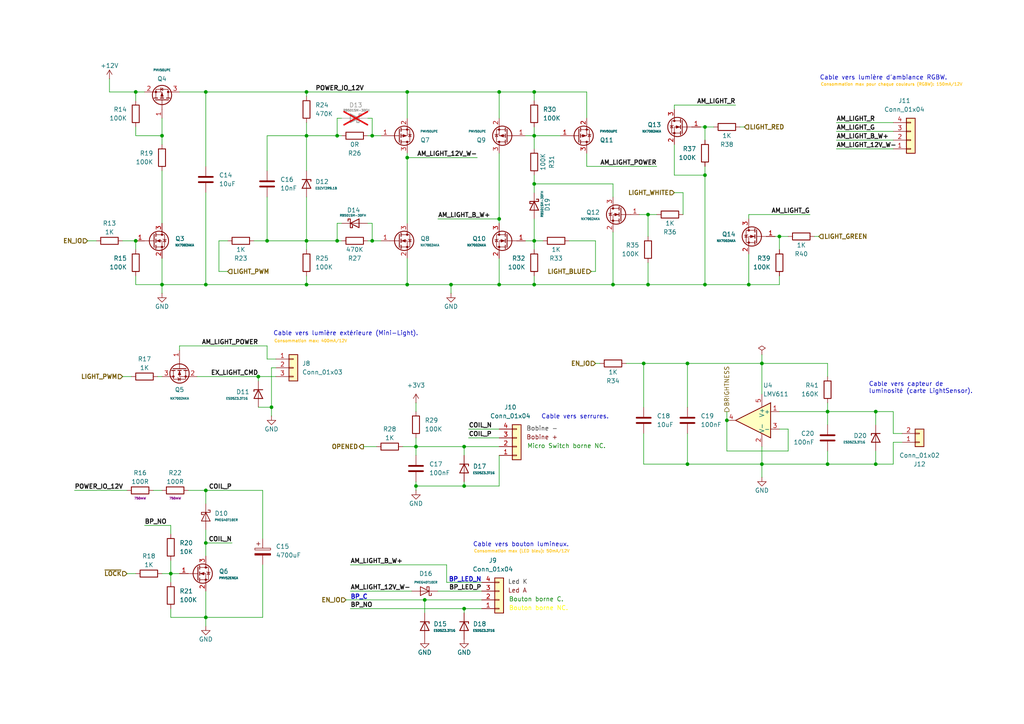
<source format=kicad_sch>
(kicad_sch (version 20231120) (generator "eeschema") (generator_version "8.0")
  (paper "A4")
  (title_block (title "Ble Smart Lock") (date "2024-05-18") (rev "v1.1") (company "antoine163"))
  (lib_symbols
    (symbol "AM163:LMV611" (pin_names (offset 0.127))
      (property "Reference" "U" (at 3.81 3.81 0))
      (property "Value" "LMV611" (at 3.81 -3.81 0))
      (symbol "LMV611_1_1"
        (pin input line (at -7.62 2.54 0) (length 2.54) (name "+") (number "1"))
        (pin power_in line (at -2.54 -7.62 90) (length 3.81) (name "V-") (number "2"))
        (pin input line (at -7.62 -2.54 0) (length 2.54) (name "-") (number "3"))
        (pin output line (at 7.62 0 180) (length 2.54) (name "~") (number "4"))
        (pin power_in line (at -2.54 7.62 270) (length 3.81) (name "V+") (number "5"))
      )
    )
    (symbol "Connector_Generic:Conn_01x02" (pin_names (offset 1.016) hide)
      (property "Reference" "J" (at 0 2.54 0))
      (property "Value" "Conn_01x02" (at 0 -5.08 0))
      (symbol "Conn_01x02_1_1"
        (pin passive line (at -5.08 0 0) (length 3.81) (name "Pin_1") (number "1"))
        (pin passive line (at -5.08 -2.54 0) (length 3.81) (name "Pin_2") (number "2"))
      )
    )
    (symbol "Connector_Generic:Conn_01x03" (pin_names (offset 1.016) hide)
      (property "Reference" "J" (at 0 5.08 0))
      (property "Value" "Conn_01x03" (at 0 -5.08 0))
      (symbol "Conn_01x03_1_1"
        (pin passive line (at -5.08 2.54 0) (length 3.81) (name "Pin_1") (number "1"))
        (pin passive line (at -5.08 0 0) (length 3.81) (name "Pin_2") (number "2"))
        (pin passive line (at -5.08 -2.54 0) (length 3.81) (name "Pin_3") (number "3"))
      )
    )
    (symbol "Connector_Generic:Conn_01x04" (pin_names (offset 1.016) hide)
      (property "Reference" "J" (at 0 5.08 0))
      (property "Value" "Conn_01x04" (at 0 -7.62 0))
      (symbol "Conn_01x04_1_1"
        (pin passive line (at -5.08 2.54 0) (length 3.81) (name "Pin_1") (number "1"))
        (pin passive line (at -5.08 0 0) (length 3.81) (name "Pin_2") (number "2"))
        (pin passive line (at -5.08 -2.54 0) (length 3.81) (name "Pin_3") (number "3"))
        (pin passive line (at -5.08 -5.08 0) (length 3.81) (name "Pin_4") (number "4"))
      )
    )
    (symbol "Device:C" (pin_numbers hide) (pin_names (offset 0.254))
      (property "Reference" "C" (at 0.635 2.54 0))
      (property "Value" "C" (at 0.635 -2.54 0))
      (symbol "C_1_1"
        (pin passive line (at 0 3.81 270) (length 2.794) (name "~") (number "1"))
        (pin passive line (at 0 -3.81 90) (length 2.794) (name "~") (number "2"))
      )
    )
    (symbol "Device:C_Polarized" (pin_numbers hide) (pin_names (offset 0.254))
      (property "Reference" "C" (at 0.635 2.54 0))
      (property "Value" "C_Polarized" (at 0.635 -2.54 0))
      (symbol "C_Polarized_1_1"
        (pin passive line (at 0 3.81 270) (length 2.794) (name "~") (number "1"))
        (pin passive line (at 0 -3.81 90) (length 2.794) (name "~") (number "2"))
      )
    )
    (symbol "Device:D_Schottky" (pin_numbers hide) (pin_names (offset 1.016) hide)
      (property "Reference" "D" (at 0 2.54 0))
      (property "Value" "D_Schottky" (at 0 -2.54 0))
      (symbol "D_Schottky_1_1"
        (pin passive line (at -3.81 0 0) (length 2.54) (name "K") (number "1"))
        (pin passive line (at 3.81 0 180) (length 2.54) (name "A") (number "2"))
      )
    )
    (symbol "Device:D_Zener" (pin_numbers hide) (pin_names (offset 1.016) hide)
      (property "Reference" "D" (at 0 2.54 0))
      (property "Value" "D_Zener" (at 0 -2.54 0))
      (symbol "D_Zener_1_1"
        (pin passive line (at -3.81 0 0) (length 2.54) (name "K") (number "1"))
        (pin passive line (at 3.81 0 180) (length 2.54) (name "A") (number "2"))
      )
    )
    (symbol "Device:Q_NMOS_GSD" (pin_names (offset 0) hide)
      (property "Reference" "Q" (at 5.08 1.27 0))
      (property "Value" "Q_NMOS_GSD" (at 5.08 -1.27 0))
      (symbol "Q_NMOS_GSD_1_1"
        (pin input line (at -5.08 0 0) (length 2.54) (name "G") (number "1"))
        (pin passive line (at 2.54 -5.08 90) (length 2.54) (name "S") (number "2"))
        (pin passive line (at 2.54 5.08 270) (length 2.54) (name "D") (number "3"))
      )
    )
    (symbol "Device:Q_PMOS_GSD" (pin_names (offset 0) hide)
      (property "Reference" "Q" (at 5.08 1.27 0))
      (property "Value" "Q_PMOS_GSD" (at 5.08 -1.27 0))
      (symbol "Q_PMOS_GSD_1_1"
        (pin input line (at -5.08 0 0) (length 2.54) (name "G") (number "1"))
        (pin passive line (at 2.54 -5.08 90) (length 2.54) (name "S") (number "2"))
        (pin passive line (at 2.54 5.08 270) (length 2.54) (name "D") (number "3"))
      )
    )
    (symbol "Device:R" (pin_numbers hide) (pin_names (offset 0))
      (property "Reference" "R" (at 2.032 0 90))
      (property "Value" "R" (at 0 0 90))
      (symbol "R_1_1"
        (pin passive line (at 0 3.81 270) (length 1.27) (name "~") (number "1"))
        (pin passive line (at 0 -3.81 90) (length 1.27) (name "~") (number "2"))
      )
    )
    (symbol "Diode:ESD5Zxx" (pin_numbers hide) (pin_names hide)
      (property "Reference" "D" (at 0 2.54 0))
      (property "Value" "ESD5Zxx" (at 0 -2.54 0))
      (symbol "ESD5Zxx_1_1"
        (pin passive line (at -3.81 0 0) (length 2.54) (name "K") (number "1"))
        (pin passive line (at 3.81 0 180) (length 2.54) (name "A") (number "2"))
      )
    )
    (symbol "Diode:PMEG40T10ER" (pin_numbers hide) (pin_names hide)
      (property "Reference" "D" (at 0 2.54 0))
      (property "Value" "PMEG40T10ER" (at 0 -2.54 0))
      (symbol "PMEG40T10ER_1_1"
        (pin passive line (at -3.81 0 0) (length 2.54) (name "K") (number "1"))
        (pin passive line (at 3.81 0 180) (length 2.54) (name "A") (number "2"))
      )
    )
    (symbol "power:+12V" (power) (pin_numbers hide) (pin_names (offset 0) hide)
      (property "Value" "+12V" (at 0 3.556 0))
      (symbol "+12V_1_1"
        (pin power_in line (at 0 0 90) (length 0) (name "~") (number "1"))
      )
    )
    (symbol "power:+3V3" (power) (pin_numbers hide) (pin_names (offset 0) hide)
      (property "Value" "+3V3" (at 0 3.556 0))
      (symbol "+3V3_1_1"
        (pin power_in line (at 0 0 90) (length 0) (name "~") (number "1"))
      )
    )
    (symbol "power:GND" (power) (pin_numbers hide) (pin_names (offset 0) hide)
      (property "Value" "GND" (at 0 -3.81 0))
      (symbol "GND_1_1"
        (pin power_in line (at 0 0 270) (length 0) (name "~") (number "1"))
      )
    )
    (symbol "power:PWR_FLAG" (power) (pin_numbers hide) (pin_names (offset 0) hide)
      (property "Value" "PWR_FLAG" (at 0 3.81 0))
      (symbol "PWR_FLAG_0_0"
        (pin power_out line (at 0 0 90) (length 0) (name "~") (number "1"))
      )
    )
  )
  (junction (at 134.62 176.53))
  (junction (at 118.11 45.72))
  (junction (at 88.9 69.85))
  (junction (at 39.37 26.67))
  (junction (at 154.94 82.55))
  (junction (at 204.47 36.83))
  (junction (at 177.8 82.55))
  (junction (at 134.62 129.54))
  (junction (at 78.74 118.11))
  (junction (at 204.47 82.55))
  (junction (at 220.98 105.41))
  (junction (at 210.82 121.92))
  (junction (at 120.65 140.97))
  (junction (at 120.65 129.54))
  (junction (at 186.69 105.41))
  (junction (at 97.79 69.85))
  (junction (at 118.11 26.67))
  (junction (at 88.9 26.67))
  (junction (at 144.78 82.55))
  (junction (at 144.78 26.67))
  (junction (at 254 134.62))
  (junction (at 199.39 134.62))
  (junction (at 226.06 68.58))
  (junction (at 154.94 39.37))
  (junction (at 204.47 50.8))
  (junction (at 107.95 69.85))
  (junction (at 97.79 39.37))
  (junction (at 187.96 62.23))
  (junction (at 88.9 82.55))
  (junction (at 59.69 82.55))
  (junction (at 59.69 157.48))
  (junction (at 49.53 166.37))
  (junction (at 107.95 39.37))
  (junction (at 220.98 134.62))
  (junction (at 240.03 119.38))
  (junction (at 59.69 179.07))
  (junction (at 59.69 142.24))
  (junction (at 254 119.38))
  (junction (at 88.9 39.37))
  (junction (at 187.96 82.55))
  (junction (at 199.39 105.41))
  (junction (at 46.99 82.55))
  (junction (at 39.37 69.85))
  (junction (at 118.11 82.55))
  (junction (at 77.47 69.85))
  (junction (at 154.94 69.85))
  (junction (at 59.69 26.67))
  (junction (at 130.81 82.55))
  (junction (at 240.03 134.62))
  (junction (at 123.19 173.99))
  (junction (at 144.78 63.5))
  (junction (at 134.62 140.97))
  (junction (at 74.93 109.22))
  (junction (at 154.94 26.67))
  (junction (at 154.94 53.34))
  (junction (at 46.99 39.37))
  (junction (at 217.17 82.55))
  (wire (pts (xy 199.39 134.62) (xy 220.98 134.62)))
  (wire (pts (xy 118.11 44.45) (xy 118.11 45.72)))
  (wire (pts (xy 88.9 80.01) (xy 88.9 82.55)))
  (wire (pts (xy 154.94 36.83) (xy 154.94 39.37)))
  (wire (pts (xy 154.94 69.85) (xy 157.48 69.85)))
  (wire (pts (xy 97.79 39.37) (xy 88.9 39.37)))
  (wire (pts (xy 186.69 125.73) (xy 186.69 134.62)))
  (wire (pts (xy 242.57 40.64) (xy 259.08 40.64)))
  (wire (pts (xy 118.11 45.72) (xy 118.11 64.77)))
  (wire (pts (xy 101.6 163.83) (xy 129.54 163.83)))
  (wire (pts (xy 63.5 69.85) (xy 66.04 69.85)))
  (wire (pts (xy 63.5 78.74) (xy 63.5 69.85)))
  (wire (pts (xy 220.98 134.62) (xy 240.03 134.62)))
  (wire (pts (xy 130.81 82.55) (xy 130.81 85.09)))
  (wire (pts (xy 134.62 176.53) (xy 139.7 176.53)))
  (wire (pts (xy 77.47 39.37) (xy 88.9 39.37)))
  (wire (pts (xy 261.62 125.73) (xy 259.08 125.73)))
  (wire (pts (xy 97.79 69.85) (xy 99.06 69.85)))
  (wire (pts (xy 116.84 129.54) (xy 120.65 129.54)))
  (wire (pts (xy 259.08 125.73) (xy 259.08 119.38)))
  (wire (pts (xy 220.98 102.87) (xy 220.98 105.41)))
  (wire (pts (xy 134.62 140.97) (xy 144.78 140.97)))
  (wire (pts (xy 46.99 34.29) (xy 46.99 39.37)))
  (wire (pts (xy 74.93 118.11) (xy 78.74 118.11)))
  (wire (pts (xy 107.95 34.29) (xy 107.95 39.37)))
  (wire (pts (xy 39.37 82.55) (xy 46.99 82.55)))
  (wire (pts (xy 134.62 129.54) (xy 144.78 129.54)))
  (wire (pts (xy 41.91 152.4) (xy 49.53 152.4)))
  (wire (pts (xy 123.19 173.99) (xy 139.7 173.99)))
  (wire (pts (xy 59.69 171.45) (xy 59.69 179.07)))
  (wire (pts (xy 88.9 39.37) (xy 88.9 49.53)))
  (wire (pts (xy 177.8 67.31) (xy 177.8 82.55)))
  (wire (pts (xy 76.2 179.07) (xy 59.69 179.07)))
  (wire (pts (xy 198.12 55.88) (xy 195.58 55.88)))
  (wire (pts (xy 39.37 39.37) (xy 46.99 39.37)))
  (wire (pts (xy 259.08 128.27) (xy 261.62 128.27)))
  (wire (pts (xy 77.47 57.15) (xy 77.47 69.85)))
  (wire (pts (xy 190.5 62.23) (xy 187.96 62.23)))
  (wire (pts (xy 118.11 26.67) (xy 118.11 34.29)))
  (wire (pts (xy 129.54 163.83) (xy 129.54 168.91)))
  (wire (pts (xy 204.47 50.8) (xy 204.47 82.55)))
  (wire (pts (xy 46.99 166.37) (xy 49.53 166.37)))
  (wire (pts (xy 144.78 74.93) (xy 144.78 82.55)))
  (wire (pts (xy 170.18 26.67) (xy 154.94 26.67)))
  (wire (pts (xy 59.69 179.07) (xy 59.69 181.61)))
  (wire (pts (xy 242.57 38.1) (xy 259.08 38.1)))
  (wire (pts (xy 46.99 49.53) (xy 46.99 64.77)))
  (wire (pts (xy 46.99 74.93) (xy 46.99 82.55)))
  (wire (pts (xy 154.94 26.67) (xy 154.94 29.21)))
  (wire (pts (xy 254 130.81) (xy 254 134.62)))
  (wire (pts (xy 36.83 166.37) (xy 39.37 166.37)))
  (wire (pts (xy 59.69 142.24) (xy 76.2 142.24)))
  (wire (pts (xy 144.78 82.55) (xy 154.94 82.55)))
  (wire (pts (xy 46.99 82.55) (xy 46.99 85.09)))
  (wire (pts (xy 49.53 166.37) (xy 49.53 168.91)))
  (wire (pts (xy 106.68 64.77) (xy 107.95 64.77)))
  (wire (pts (xy 220.98 129.54) (xy 220.98 134.62)))
  (wire (pts (xy 240.03 123.19) (xy 240.03 119.38)))
  (wire (pts (xy 59.69 157.48) (xy 67.31 157.48)))
  (wire (pts (xy 59.69 146.05) (xy 59.69 142.24)))
  (wire (pts (xy 97.79 64.77) (xy 97.79 69.85)))
  (wire (pts (xy 240.03 130.81) (xy 240.03 134.62)))
  (wire (pts (xy 187.96 76.2) (xy 187.96 82.55)))
  (wire (pts (xy 228.6 124.46) (xy 228.6 130.81)))
  (wire (pts (xy 240.03 105.41) (xy 240.03 109.22)))
  (wire (pts (xy 88.9 69.85) (xy 97.79 69.85)))
  (wire (pts (xy 120.65 116.84) (xy 120.65 119.38)))
  (wire (pts (xy 154.94 69.85) (xy 154.94 72.39)))
  (wire (pts (xy 204.47 36.83) (xy 203.2 36.83)))
  (wire (pts (xy 217.17 73.66) (xy 217.17 82.55)))
  (wire (pts (xy 177.8 53.34) (xy 177.8 57.15)))
  (wire (pts (xy 254 134.62) (xy 259.08 134.62)))
  (wire (pts (xy 78.74 106.68) (xy 80.01 106.68)))
  (wire (pts (xy 226.06 68.58) (xy 226.06 72.39)))
  (wire (pts (xy 97.79 34.29) (xy 97.79 39.37)))
  (wire (pts (xy 107.95 69.85) (xy 110.49 69.85)))
  (wire (pts (xy 31.75 26.67) (xy 39.37 26.67)))
  (wire (pts (xy 123.19 173.99) (xy 123.19 177.8)))
  (wire (pts (xy 44.45 142.24) (xy 46.99 142.24)))
  (wire (pts (xy 259.08 119.38) (xy 254 119.38)))
  (wire (pts (xy 186.69 105.41) (xy 199.39 105.41)))
  (wire (pts (xy 154.94 53.34) (xy 177.8 53.34)))
  (wire (pts (xy 106.68 69.85) (xy 107.95 69.85)))
  (wire (pts (xy 195.58 41.91) (xy 195.58 50.8)))
  (wire (pts (xy 66.04 78.74) (xy 63.5 78.74)))
  (wire (pts (xy 144.78 44.45) (xy 144.78 63.5)))
  (wire (pts (xy 59.69 153.67) (xy 59.69 157.48)))
  (wire (pts (xy 144.78 26.67) (xy 154.94 26.67)))
  (wire (pts (xy 59.69 157.48) (xy 59.69 161.29)))
  (wire (pts (xy 154.94 39.37) (xy 154.94 43.18)))
  (wire (pts (xy 77.47 69.85) (xy 88.9 69.85)))
  (wire (pts (xy 99.06 64.77) (xy 97.79 64.77)))
  (wire (pts (xy 154.94 69.85) (xy 152.4 69.85)))
  (wire (pts (xy 88.9 82.55) (xy 59.69 82.55)))
  (wire (pts (xy 39.37 36.83) (xy 39.37 39.37)))
  (wire (pts (xy 195.58 30.48) (xy 195.58 31.75)))
  (wire (pts (xy 187.96 62.23) (xy 187.96 68.58)))
  (wire (pts (xy 100.33 173.99) (xy 123.19 173.99)))
  (wire (pts (xy 217.17 62.23) (xy 217.17 63.5)))
  (wire (pts (xy 129.54 168.91) (xy 139.7 168.91)))
  (wire (pts (xy 35.56 109.22) (xy 38.1 109.22)))
  (wire (pts (xy 59.69 82.55) (xy 46.99 82.55)))
  (wire (pts (xy 57.15 109.22) (xy 74.93 109.22)))
  (wire (pts (xy 154.94 63.5) (xy 154.94 69.85)))
  (wire (pts (xy 135.89 127) (xy 144.78 127)))
  (wire (pts (xy 226.06 68.58) (xy 228.6 68.58)))
  (wire (pts (xy 120.65 129.54) (xy 134.62 129.54)))
  (wire (pts (xy 240.03 134.62) (xy 254 134.62)))
  (wire (pts (xy 144.78 26.67) (xy 118.11 26.67)))
  (wire (pts (xy 106.68 34.29) (xy 107.95 34.29)))
  (wire (pts (xy 181.61 105.41) (xy 186.69 105.41)))
  (wire (pts (xy 46.99 39.37) (xy 46.99 41.91)))
  (wire (pts (xy 204.47 48.26) (xy 204.47 50.8)))
  (wire (pts (xy 177.8 82.55) (xy 187.96 82.55)))
  (wire (pts (xy 170.18 48.26) (xy 190.5 48.26)))
  (wire (pts (xy 199.39 105.41) (xy 199.39 118.11)))
  (wire (pts (xy 144.78 63.5) (xy 144.78 64.77)))
  (wire (pts (xy 138.43 45.72) (xy 118.11 45.72)))
  (wire (pts (xy 226.06 124.46) (xy 228.6 124.46)))
  (wire (pts (xy 120.65 129.54) (xy 120.65 132.08)))
  (wire (pts (xy 88.9 35.56) (xy 88.9 39.37)))
  (wire (pts (xy 41.91 26.67) (xy 39.37 26.67)))
  (wire (pts (xy 25.4 69.85) (xy 27.94 69.85)))
  (wire (pts (xy 76.2 163.83) (xy 76.2 179.07)))
  (wire (pts (xy 110.49 39.37) (xy 107.95 39.37)))
  (wire (pts (xy 99.06 34.29) (xy 97.79 34.29)))
  (wire (pts (xy 78.74 118.11) (xy 78.74 120.65)))
  (wire (pts (xy 134.62 129.54) (xy 134.62 132.08)))
  (wire (pts (xy 210.82 130.81) (xy 228.6 130.81)))
  (wire (pts (xy 74.93 109.22) (xy 80.01 109.22)))
  (wire (pts (xy 107.95 39.37) (xy 106.68 39.37)))
  (wire (pts (xy 204.47 50.8) (xy 195.58 50.8)))
  (wire (pts (xy 226.06 119.38) (xy 240.03 119.38)))
  (wire (pts (xy 204.47 82.55) (xy 187.96 82.55)))
  (wire (pts (xy 49.53 176.53) (xy 49.53 179.07)))
  (wire (pts (xy 207.01 36.83) (xy 204.47 36.83)))
  (wire (pts (xy 226.06 80.01) (xy 226.06 82.55)))
  (wire (pts (xy 59.69 26.67) (xy 88.9 26.67)))
  (wire (pts (xy 199.39 105.41) (xy 220.98 105.41)))
  (wire (pts (xy 105.41 129.54) (xy 109.22 129.54)))
  (wire (pts (xy 154.94 82.55) (xy 177.8 82.55)))
  (wire (pts (xy 107.95 64.77) (xy 107.95 69.85)))
  (wire (pts (xy 73.66 69.85) (xy 77.47 69.85)))
  (wire (pts (xy 220.98 134.62) (xy 220.98 138.43)))
  (wire (pts (xy 242.57 43.18) (xy 259.08 43.18)))
  (wire (pts (xy 49.53 162.56) (xy 49.53 166.37)))
  (wire (pts (xy 101.6 176.53) (xy 134.62 176.53)))
  (wire (pts (xy 130.81 82.55) (xy 144.78 82.55)))
  (wire (pts (xy 88.9 26.67) (xy 118.11 26.67)))
  (wire (pts (xy 172.72 105.41) (xy 173.99 105.41)))
  (wire (pts (xy 254 119.38) (xy 254 123.19)))
  (wire (pts (xy 52.07 26.67) (xy 59.69 26.67)))
  (wire (pts (xy 52.07 101.6) (xy 52.07 100.33)))
  (wire (pts (xy 39.37 69.85) (xy 39.37 72.39)))
  (wire (pts (xy 120.65 140.97) (xy 134.62 140.97)))
  (wire (pts (xy 220.98 114.3) (xy 220.98 105.41)))
  (wire (pts (xy 59.69 55.88) (xy 59.69 82.55)))
  (wire (pts (xy 120.65 127) (xy 120.65 129.54)))
  (wire (pts (xy 170.18 34.29) (xy 170.18 26.67)))
  (wire (pts (xy 154.94 39.37) (xy 162.56 39.37)))
  (wire (pts (xy 120.65 140.97) (xy 120.65 142.24)))
  (wire (pts (xy 144.78 34.29) (xy 144.78 26.67)))
  (wire (pts (xy 199.39 125.73) (xy 199.39 134.62)))
  (wire (pts (xy 165.1 69.85) (xy 172.72 69.85)))
  (wire (pts (xy 240.03 116.84) (xy 240.03 119.38)))
  (wire (pts (xy 88.9 57.15) (xy 88.9 69.85)))
  (wire (pts (xy 77.47 104.14) (xy 80.01 104.14)))
  (wire (pts (xy 170.18 44.45) (xy 170.18 48.26)))
  (wire (pts (xy 101.6 171.45) (xy 119.38 171.45)))
  (wire (pts (xy 54.61 142.24) (xy 59.69 142.24)))
  (wire (pts (xy 127 171.45) (xy 139.7 171.45)))
  (wire (pts (xy 236.22 68.58) (xy 237.49 68.58)))
  (wire (pts (xy 59.69 26.67) (xy 59.69 48.26)))
  (wire (pts (xy 204.47 36.83) (xy 204.47 40.64)))
  (wire (pts (xy 240.03 119.38) (xy 254 119.38)))
  (wire (pts (xy 259.08 128.27) (xy 259.08 134.62)))
  (wire (pts (xy 45.72 109.22) (xy 46.99 109.22)))
  (wire (pts (xy 31.75 22.86) (xy 31.75 26.67)))
  (wire (pts (xy 186.69 134.62) (xy 199.39 134.62)))
  (wire (pts (xy 39.37 80.01) (xy 39.37 82.55)))
  (wire (pts (xy 120.65 139.7) (xy 120.65 140.97)))
  (wire (pts (xy 198.12 55.88) (xy 198.12 62.23)))
  (wire (pts (xy 217.17 62.23) (xy 234.95 62.23)))
  (wire (pts (xy 224.79 68.58) (xy 226.06 68.58)))
  (wire (pts (xy 77.47 100.33) (xy 77.47 104.14)))
  (wire (pts (xy 118.11 74.93) (xy 118.11 82.55)))
  (wire (pts (xy 88.9 26.67) (xy 88.9 27.94)))
  (wire (pts (xy 210.82 119.38) (xy 210.82 121.92)))
  (wire (pts (xy 144.78 132.08) (xy 144.78 140.97)))
  (wire (pts (xy 154.94 80.01) (xy 154.94 82.55)))
  (wire (pts (xy 220.98 105.41) (xy 240.03 105.41)))
  (wire (pts (xy 154.94 53.34) (xy 154.94 55.88)))
  (wire (pts (xy 187.96 62.23) (xy 185.42 62.23)))
  (wire (pts (xy 49.53 152.4) (xy 49.53 154.94)))
  (wire (pts (xy 127 63.5) (xy 144.78 63.5)))
  (wire (pts (xy 134.62 139.7) (xy 134.62 140.97)))
  (wire (pts (xy 204.47 82.55) (xy 217.17 82.55)))
  (wire (pts (xy 186.69 105.41) (xy 186.69 118.11)))
  (wire (pts (xy 172.72 69.85) (xy 172.72 78.74)))
  (wire (pts (xy 88.9 82.55) (xy 118.11 82.55)))
  (wire (pts (xy 118.11 82.55) (xy 130.81 82.55)))
  (wire (pts (xy 134.62 176.53) (xy 134.62 177.8)))
  (wire (pts (xy 242.57 35.56) (xy 259.08 35.56)))
  (wire (pts (xy 152.4 39.37) (xy 154.94 39.37)))
  (wire (pts (xy 39.37 26.67) (xy 39.37 29.21)))
  (wire (pts (xy 154.94 50.8) (xy 154.94 53.34)))
  (wire (pts (xy 217.17 82.55) (xy 226.06 82.55)))
  (wire (pts (xy 99.06 39.37) (xy 97.79 39.37)))
  (wire (pts (xy 35.56 69.85) (xy 39.37 69.85)))
  (wire (pts (xy 172.72 78.74) (xy 171.45 78.74)))
  (wire (pts (xy 210.82 130.81) (xy 210.82 121.92)))
  (wire (pts (xy 77.47 39.37) (xy 77.47 49.53)))
  (wire (pts (xy 78.74 106.68) (xy 78.74 118.11)))
  (wire (pts (xy 76.2 156.21) (xy 76.2 142.24)))
  (wire (pts (xy 52.07 100.33) (xy 77.47 100.33)))
  (wire (pts (xy 135.89 124.46) (xy 144.78 124.46)))
  (wire (pts (xy 49.53 166.37) (xy 52.07 166.37)))
  (wire (pts (xy 215.9 36.83) (xy 214.63 36.83)))
  (wire (pts (xy 49.53 179.07) (xy 59.69 179.07)))
  (wire (pts (xy 74.93 109.22) (xy 74.93 110.49)))
  (wire (pts (xy 21.59 142.24) (xy 36.83 142.24)))
  (wire (pts (xy 213.36 30.48) (xy 195.58 30.48)))
  (wire (pts (xy 88.9 69.85) (xy 88.9 72.39)))
  (text "Micro Switch borne NC." (at 152.908 129.54 0) (effects (font (size 1.27 1.27)) (justify left)))
  (text "Bouton borne C." (at 147.574 173.99 0) (effects (font (size 1.27 1.27)) (justify left)))
  (text "Consommation max pour chaque couleurs (RGBW): 150mA/12V" (at 237.998 25.146 0) (effects (font (size 0.8467 0.8467)) (justify left bottom)))
  (text "Led A" (at 147.32 171.45 0) (effects (font (size 1.27 1.27)) (justify left)))
  (text "Bobine -" (at 152.654 124.46 0) (effects (font (size 1.27 1.27)) (justify left)))
  (text "Cable vers lumière extérieure (Mini-Light)." (at 79.248 97.536 0) (effects (font (size 1.27 1.27)) (justify left bottom)))
  (text "Micro Switch borne C." (at 152.908 132.08 0) (effects (font (size 1.27 1.27)) (justify left)))
  (text "Cable vers serrures." (at 156.972 121.666 0) (effects (font (size 1.27 1.27)) (justify left bottom)))
  (text "Bouton borne NC." (at 147.574 176.53 0) (effects (font (size 1.27 1.27)) (justify left)))
  (text "Led K" (at 147.32 168.91 0) (effects (font (size 1.27 1.27)) (justify left)))
  (text "Consommation max: 400mA/12V" (at 79.502 99.568 0) (effects (font (size 0.8467 0.8467)) (justify left bottom)))
  (text "Cable vers capteur de\nluminosité (carte LightSensor)." (at 251.968 114.3 0) (effects (font (size 1.27 1.27)) (justify left bottom)))
  (text "Cable vers lumière d'ambiance RGBW." (at 237.744 23.368 0) (effects (font (size 1.27 1.27)) (justify left bottom)))
  (text "BP_LED_N" (at 139.7 168.91 0) (effects (font (size 1.27 1.27) (bold yes)) (justify right bottom)))
  (text "Bobine +" (at 152.654 127 0) (effects (font (size 1.27 1.27)) (justify left)))
  (text "Consommation max (LED bleu): 50mA/12V" (at 137.414 160.528 0) (effects (font (size 0.8467 0.8467)) (justify left bottom)))
  (text "Cable vers bouton lumineux." (at 137.16 158.75 0) (effects (font (size 1.27 1.27)) (justify left bottom)))
  (text "BP_C" (at 101.6 173.99 0) (effects (font (size 1.27 1.27) (bold yes)) (justify left bottom)))
  (label "AM_LIGHT_R" (at 242.57 35.56 0) (effects (font (bold yes))))
  (label "EX_LIGHT_CMD" (at 74.93 109.22 180) (effects (font (bold yes))))
  (label "COIL_N" (at 67.31 157.48 180) (effects (font (bold yes))))
  (label "AM_LIGHT_G" (at 242.57 38.1 0) (effects (font (bold yes))))
  (label "COIL_N" (at 135.89 124.46 0) (effects (font (bold yes))))
  (label "AM_LIGHT_G" (at 234.95 62.23 180) (effects (font (bold yes))))
  (label "AM_LIGHT_B_W+" (at 242.57 40.64 0) (effects (font (bold yes))))
  (label "BP_LED_P" (at 139.7 171.45 180) (effects (font (bold yes))))
  (label "POWER_IO_12V" (at 21.59 142.24 0) (effects (font (bold yes))))
  (label "AM_LIGHT_POWER" (at 190.5 48.26 180) (effects (font (bold yes))))
  (label "POWER_IO_12V" (at 91.44 26.67 0) (effects (font (bold yes))))
  (label "BP_NO" (at 101.6 176.53 0) (effects (font (bold yes))))
  (label "AM_LIGHT_R" (at 213.36 30.48 180) (effects (font (bold yes))))
  (label "AM_LIGHT_12V_W-" (at 101.6 171.45 0) (effects (font (bold yes))))
  (label "COIL_P" (at 135.89 127 0) (effects (font (bold yes))))
  (label "AM_LIGHT_B_W+" (at 127 63.5 0) (effects (font (bold yes))))
  (label "BP_NO" (at 41.91 152.4 0) (effects (font (bold yes))))
  (label "AM_LIGHT_12V_W-" (at 138.43 45.72 180) (effects (font (bold yes))))
  (label "AM_LIGHT_B_W+" (at 101.6 163.83 0) (effects (font (bold yes))))
  (label "COIL_P" (at 67.31 142.24 180) (effects (font (bold yes))))
  (label "AM_LIGHT_12V_W-" (at 242.57 43.18 0) (effects (font (bold yes))))
  (label "AM_LIGHT_POWER" (at 74.93 100.33 180) (effects (font (bold yes))))
  (hierarchical_label "LIGHT_PWM" (shape input) (at 35.56 109.22 180) (effects (font (bold yes))))
  (hierarchical_label "EN_IO" (shape input) (at 172.72 105.41 180) (effects (font (bold yes))))
  (hierarchical_label "LIGHT_BLUE" (shape input) (at 171.45 78.74 180) (effects (font (bold yes))))
  (hierarchical_label "EN_IO" (shape input) (at 25.4 69.85 180) (effects (font (bold yes))))
  (hierarchical_label "LIGHT_WHITE" (shape input) (at 195.58 55.88 180) (effects (font (bold yes))))
  (hierarchical_label "EN_IO" (shape input) (at 100.33 173.99 180) (effects (font (bold yes))))
  (hierarchical_label "BRIGHTNESS" (shape output) (at 210.82 119.38 90))
  (hierarchical_label "LIGHT_GREEN" (shape input) (at 237.49 68.58 0) (effects (font (bold yes))))
  (hierarchical_label "LIGHT_PWM" (shape input) (at 66.04 78.74 0) (effects (font (bold yes))))
  (hierarchical_label "OPENED" (shape output) (at 105.41 129.54 180) (effects (font (bold yes))))
  (hierarchical_label "~{LOCK}" (shape input) (at 36.83 166.37 180) (effects (font (bold yes))))
  (hierarchical_label "LIGHT_RED" (shape input) (at 215.9 36.83 0) (effects (font (bold yes))))
  (symbol (lib_id "Device:Q_NMOS_GSD") (at 52.07 106.68 90) (mirror x) (unit 1)
    (property "Reference" "Q5" (at 52.07 113.03 90))
    (property "Value" "NX7002AKA" (at 52.07 115.57 90) (effects (font (size 0.635 0.635))))
    (property "Footprint" "Package_TO_SOT_SMD:SOT-23" (effects (hide yes)))
    (property "Description" "N-MOSFET transistor, gate/source/drain" (effects (hide yes)))
    (property "Vendor" "Nexperia:NX7002AKA" (effects (hide yes)))
  )
  (symbol (lib_id "Device:Q_NMOS_GSD") (at 57.15 166.37 0) (unit 1)
    (property "Reference" "Q6" (at 63.5 165.735 0) (effects (justify left)))
    (property "Value" "PMV52ENEA" (at 63.5 167.64 0) (effects (font (size 0.635 0.635)) (justify left)))
    (property "Footprint" "Package_TO_SOT_SMD:SOT-23" (effects (hide yes)))
    (property "Description" "N-MOSFET transistor, gate/source/drain" (effects (hide yes)))
    (property "Vendor" "Nexperia:PMV52ENEA" (effects (hide yes)))
  )
  (symbol (lib_id "Device:D_Schottky") (at 154.94 59.69 270) (unit 1)
    (property "Reference" "D19" (at 158.75 59.3725 0))
    (property "Value" "RB501SM-30FH" (at 157.226 59.182 0) (effects (font (size 0.635 0.635))))
    (property "Footprint" "Diode_SMD:D_SOD-523" (effects (hide yes)))
    (property "Description" "Schottky diode" (effects (hide yes)))
    (property "Vendor" "ROHM:RB501SM-30FH" (effects (hide yes)))
  )
  (symbol (lib_id "power:GND") (at 78.74 120.65 0) (unit 1)
    (property "Reference" "#PWR020" (effects (hide yes)))
    (property "Value" "GND" (at 78.74 124.46 0))
    (property "Description" "Power symbol creates a global label with name \"GND\" , ground" (effects (hide yes)))
  )
  (symbol (lib_id "Device:R") (at 161.29 69.85 270) (unit 1)
    (property "Reference" "R33" (at 161.29 74.93 90))
    (property "Value" "1K" (at 161.29 72.39 90))
    (property "Footprint" "Resistor_SMD:R_0402_1005Metric_Pad0.72x0.64mm_HandSolder" (effects (hide yes)))
    (property "Description" "Resistor" (effects (hide yes)))
  )
  (symbol (lib_id "Device:C") (at 199.39 121.92 0) (unit 1)
    (property "Reference" "C19" (at 203.2 120.65 0) (effects (justify left)))
    (property "Value" "100nF" (at 203.2 123.19 0) (effects (justify left)))
    (property "Footprint" "Capacitor_SMD:C_0402_1005Metric_Pad0.74x0.62mm_HandSolder" (effects (hide yes)))
    (property "Description" "Unpolarized capacitor" (effects (hide yes)))
  )
  (symbol (lib_id "Device:Q_PMOS_GSD") (at 167.64 39.37 0) (mirror x) (unit 1)
    (property "Reference" "Q11" (at 173.99 40.64 0) (effects (justify left)))
    (property "Value" "PMV50UPE" (at 173.99 38.1 0) (effects (font (size 0.635 0.635)) (justify left)))
    (property "Footprint" "Package_TO_SOT_SMD:SOT-23" (effects (hide yes)))
    (property "Description" "P-MOSFET transistor, gate/source/drain" (effects (hide yes)))
    (property "Vendor" "Nexperia:PMV50UPE" (effects (hide yes)))
  )
  (symbol (lib_id "power:PWR_FLAG") (at 220.98 102.87 0) (mirror y) (unit 1)
    (property "Reference" "#FLG05" (effects (hide yes)))
    (property "Value" "PWR_FLAG" (effects (hide yes)))
    (property "Description" "Special symbol for telling ERC where power comes from" (effects (hide yes)))
  )
  (symbol (lib_id "Device:R") (at 39.37 33.02 0) (mirror y) (unit 1)
    (property "Reference" "R14" (at 36.83 31.7499 0) (effects (justify left)))
    (property "Value" "100K" (at 36.83 34.2899 0) (effects (justify left)))
    (property "Footprint" "Resistor_SMD:R_0402_1005Metric_Pad0.72x0.64mm_HandSolder" (effects (hide yes)))
    (property "Description" "Resistor" (effects (hide yes)))
  )
  (symbol (lib_id "Device:Q_NMOS_GSD") (at 198.12 36.83 0) (mirror y) (unit 1)
    (property "Reference" "Q13" (at 191.77 36.195 0) (effects (justify left)))
    (property "Value" "NX7002AKA" (at 191.77 38.1 0) (effects (font (size 0.635 0.635)) (justify left)))
    (property "Footprint" "Package_TO_SOT_SMD:SOT-23" (effects (hide yes)))
    (property "Description" "N-MOSFET transistor, gate/source/drain" (effects (hide yes)))
    (property "Vendor" "Nexperia:NX7002AKA" (effects (hide yes)))
  )
  (symbol (lib_id "power:GND") (at 59.69 181.61 0) (unit 1)
    (property "Reference" "#PWR019" (effects (hide yes)))
    (property "Value" "GND" (at 59.69 185.42 0))
    (property "Description" "Power symbol creates a global label with name \"GND\" , ground" (effects (hide yes)))
  )
  (symbol (lib_id "Connector_Generic:Conn_01x04") (at 264.16 40.64 0) (mirror x) (unit 1)
    (property "Reference" "J11" (at 262.3185 29.21 0))
    (property "Value" "Conn_01x04" (at 262.3185 31.75 0))
    (property "Footprint" "Connector_JST:JST_PH_B4B-PH-K_1x04_P2.00mm_Vertical" (effects (hide yes)))
    (property "Description" "Generic connector, single row, 01x04, script generated (kicad-library-utils/schlib/autogen/connector/)" (effects (hide yes)))
    (property "Vendor" "JST:B4B-PH-K-S" (effects (hide yes)))
  )
  (symbol (lib_id "Connector_Generic:Conn_01x02") (at 266.7 128.27 0) (mirror x) (unit 1)
    (property "Reference" "J12" (at 266.7 134.62 0))
    (property "Value" "Conn_01x02" (at 266.7 132.08 0))
    (property "Footprint" "Connector_JST:JST_PH_B2B-PH-K_1x02_P2.00mm_Vertical" (effects (hide yes)))
    (property "Description" "Generic connector, single row, 01x02, script generated (kicad-library-utils/schlib/autogen/connector/)" (effects (hide yes)))
    (property "Vendor" "JST:B2B-PH-K-S" (effects (hide yes)))
  )
  (symbol (lib_id "Device:R") (at 210.82 36.83 270) (unit 1)
    (property "Reference" "R38" (at 210.82 41.91 90))
    (property "Value" "1K" (at 210.82 39.37 90))
    (property "Footprint" "Resistor_SMD:R_0402_1005Metric_Pad0.72x0.64mm_HandSolder" (effects (hide yes)))
    (property "Description" "Resistor" (effects (hide yes)))
  )
  (symbol (lib_id "Device:Q_NMOS_GSD") (at 180.34 62.23 0) (mirror y) (unit 1)
    (property "Reference" "Q12" (at 173.99 61.595 0) (effects (justify left)))
    (property "Value" "NX7002AKA" (at 173.99 63.5 0) (effects (font (size 0.635 0.635)) (justify left)))
    (property "Footprint" "Package_TO_SOT_SMD:SOT-23" (effects (hide yes)))
    (property "Description" "N-MOSFET transistor, gate/source/drain" (effects (hide yes)))
    (property "Vendor" "Nexperia:NX7002AKA" (effects (hide yes)))
  )
  (symbol (lib_id "power:GND") (at 123.19 185.42 0) (unit 1)
    (property "Reference" "#PWR023" (effects (hide yes)))
    (property "Value" "GND" (at 123.19 189.23 0))
    (property "Description" "Power symbol creates a global label with name \"GND\" , ground" (effects (hide yes)))
  )
  (symbol (lib_id "Device:R") (at 102.87 39.37 90) (mirror x) (unit 1)
    (property "Reference" "R26" (at 102.87 44.45 90))
    (property "Value" "0R" (at 102.87 41.91 90))
    (property "Footprint" "Resistor_SMD:R_0402_1005Metric_Pad0.72x0.64mm_HandSolder" (effects (hide yes)))
    (property "Description" "Resistor" (effects (hide yes)))
  )
  (symbol (lib_id "Device:R") (at 41.91 109.22 90) (unit 1)
    (property "Reference" "R17" (at 41.91 104.14 90))
    (property "Value" "1K" (at 41.91 106.68 90))
    (property "Footprint" "Resistor_SMD:R_0402_1005Metric_Pad0.72x0.64mm_HandSolder" (effects (hide yes)))
    (property "Description" "Resistor" (effects (hide yes)))
  )
  (symbol (lib_id "Device:C") (at 240.03 127 0) (mirror y) (unit 1)
    (property "Reference" "C20" (at 236.22 125.73 0) (effects (justify left)))
    (property "Value" "100nF" (at 236.22 128.27 0) (effects (justify left)))
    (property "Footprint" "Capacitor_SMD:C_0402_1005Metric_Pad0.74x0.62mm_HandSolder" (effects (hide yes)))
    (property "Description" "Unpolarized capacitor" (effects (hide yes)))
  )
  (symbol (lib_id "Device:R") (at 187.96 72.39 0) (mirror y) (unit 1)
    (property "Reference" "R35" (at 185.42 71.1199 0) (effects (justify left)))
    (property "Value" "100K" (at 185.42 73.6599 0) (effects (justify left)))
    (property "Footprint" "Resistor_SMD:R_0402_1005Metric_Pad0.72x0.64mm_HandSolder" (effects (hide yes)))
    (property "Description" "Resistor" (effects (hide yes)))
  )
  (symbol (lib_id "Device:R") (at 39.37 76.2 0) (mirror y) (unit 1)
    (property "Reference" "R15" (at 36.83 74.9299 0) (effects (justify left)))
    (property "Value" "100K" (at 36.83 77.4699 0) (effects (justify left)))
    (property "Footprint" "Resistor_SMD:R_0402_1005Metric_Pad0.72x0.64mm_HandSolder" (effects (hide yes)))
    (property "Description" "Resistor" (effects (hide yes)))
  )
  (symbol (lib_id "Device:R") (at 154.94 33.02 0) (unit 1)
    (property "Reference" "R30" (at 157.48 31.7499 0) (effects (justify left)))
    (property "Value" "100K" (at 157.48 34.2899 0) (effects (justify left)))
    (property "Footprint" "Resistor_SMD:R_0402_1005Metric_Pad0.72x0.64mm_HandSolder" (effects (hide yes)))
    (property "Description" "Resistor" (effects (hide yes)))
  )
  (symbol (lib_id "Device:R") (at 49.53 158.75 0) (unit 1)
    (property "Reference" "R20" (at 52.07 157.4799 0) (effects (justify left)))
    (property "Value" "10K" (at 52.07 160.0199 0) (effects (justify left)))
    (property "Footprint" "Resistor_SMD:R_0402_1005Metric_Pad0.72x0.64mm_HandSolder" (effects (hide yes)))
    (property "Description" "Resistor" (effects (hide yes)))
  )
  (symbol (lib_id "Device:Q_PMOS_GSD") (at 115.57 39.37 0) (mirror x) (unit 1)
    (property "Reference" "Q7" (at 121.92 40.64 0) (effects (justify left)))
    (property "Value" "PMV50UPE" (at 121.92 38.1 0) (effects (font (size 0.635 0.635)) (justify left)))
    (property "Footprint" "Package_TO_SOT_SMD:SOT-23" (effects (hide yes)))
    (property "Description" "P-MOSFET transistor, gate/source/drain" (effects (hide yes)))
    (property "Vendor" "Nexperia:PMV50UPE" (effects (hide yes)))
  )
  (symbol (lib_id "power:GND") (at 134.62 185.42 0) (unit 1)
    (property "Reference" "#PWR025" (effects (hide yes)))
    (property "Value" "GND" (at 134.62 189.23 0))
    (property "Description" "Power symbol creates a global label with name \"GND\" , ground" (effects (hide yes)))
  )
  (symbol (lib_id "Device:D_Schottky") (at 102.87 34.29 0) (mirror y) (unit 1) (dnp yes)
    (property "Reference" "D13" (at 103.1875 30.48 0))
    (property "Value" "RB501SM-30FH" (at 103.378 32.004 0) (effects (font (size 0.635 0.635))))
    (property "Footprint" "Diode_SMD:D_SOD-523" (effects (hide yes)))
    (property "Description" "Schottky diode" (effects (hide yes)))
    (property "Vendor" "ROHM:RB501SM-30FH" (effects (hide yes)))
  )
  (symbol (lib_id "Diode:PMEG40T10ER") (at 59.69 149.86 270) (unit 1)
    (property "Reference" "D10" (at 62.23 148.9074 90) (effects (justify left)))
    (property "Value" "PMEG40T10ER" (at 62.23 150.8125 90) (effects (font (size 0.635 0.635)) (justify left)))
    (property "Footprint" "Diode_SMD:Nexperia_CFP3_SOD-123W" (effects (hide yes)))
    (property "Datasheet" "https://assets.nexperia.com/documents/data-sheet/PMEG40T10ER.pdf" (effects (hide yes)))
    (property "Description" "40V, 1A low Vf Trench MEGA Schottky barrier rectifier, SOD-123W" (effects (hide yes)))
    (property "Vendor" "Nexperia:PMEG40T10ER" (effects (hide yes)))
  )
  (symbol (lib_id "Device:R") (at 154.94 46.99 0) (unit 1)
    (property "Reference" "R31" (at 160.02 46.99 90))
    (property "Value" "100K" (at 157.48 46.99 90))
    (property "Footprint" "Resistor_SMD:R_0402_1005Metric_Pad0.72x0.64mm_HandSolder" (effects (hide yes)))
    (property "Description" "Resistor" (effects (hide yes)))
  )
  (symbol (lib_id "Device:C_Polarized") (at 76.2 160.02 0) (unit 1)
    (property "Reference" "C15" (at 80.01 158.496 0) (effects (justify left)))
    (property "Value" "4700uF" (at 80.01 161.036 0) (effects (justify left)))
    (property "Footprint" "AM163:CP_Radial_L25.0mm_D16.0mm_P7.50mm_Horizontal_EdgeCuts" (effects (hide yes)))
    (property "Description" "Polarized capacitor" (effects (hide yes)))
    (property "Vendor" "     PANASONIC:ECA1CAM472X" (effects (hide yes)))
  )
  (symbol (lib_id "Device:Q_NMOS_GSD") (at 219.71 68.58 0) (mirror y) (unit 1)
    (property "Reference" "Q14" (at 213.36 67.945 0) (effects (justify left)))
    (property "Value" "NX7002AKA" (at 213.36 69.85 0) (effects (font (size 0.635 0.635)) (justify left)))
    (property "Footprint" "Package_TO_SOT_SMD:SOT-23" (effects (hide yes)))
    (property "Description" "N-MOSFET transistor, gate/source/drain" (effects (hide yes)))
    (property "Vendor" "Nexperia:NX7002AKA" (effects (hide yes)))
  )
  (symbol (lib_id "Device:Q_NMOS_GSD") (at 44.45 69.85 0) (unit 1)
    (property "Reference" "Q3" (at 50.8 69.215 0) (effects (justify left)))
    (property "Value" "NX7002AKA" (at 50.8 71.12 0) (effects (font (size 0.635 0.635)) (justify left)))
    (property "Footprint" "Package_TO_SOT_SMD:SOT-23" (effects (hide yes)))
    (property "Description" "N-MOSFET transistor, gate/source/drain" (effects (hide yes)))
    (property "Vendor" "Nexperia:NX7002AKA" (effects (hide yes)))
  )
  (symbol (lib_id "Diode:PMEG40T10ER") (at 123.19 171.45 180) (unit 1)
    (property "Reference" "D16" (at 123.5075 166.37 0))
    (property "Value" "PMEG40T10ER" (at 123.5075 168.91 0) (effects (font (size 0.635 0.635))))
    (property "Footprint" "Diode_SMD:Nexperia_CFP3_SOD-123W" (effects (hide yes)))
    (property "Datasheet" "https://assets.nexperia.com/documents/data-sheet/PMEG40T10ER.pdf" (effects (hide yes)))
    (property "Description" "40V, 1A low Vf Trench MEGA Schottky barrier rectifier, SOD-123W" (effects (hide yes)))
    (property "Vendor" "Nexperia:PMEG40T10ER" (effects (hide yes)))
  )
  (symbol (lib_id "Device:R") (at 88.9 31.75 0) (unit 1)
    (property "Reference" "R24" (at 91.44 30.4799 0) (effects (justify left)))
    (property "Value" "470K" (at 91.44 33.0199 0) (effects (justify left)))
    (property "Footprint" "Resistor_SMD:R_0402_1005Metric_Pad0.72x0.64mm_HandSolder" (effects (hide yes)))
    (property "Description" "Resistor" (effects (hide yes)))
  )
  (symbol (lib_id "Device:R") (at 154.94 76.2 0) (mirror y) (unit 1)
    (property "Reference" "R32" (at 152.4 74.9299 0) (effects (justify left)))
    (property "Value" "100K" (at 152.4 77.4699 0) (effects (justify left)))
    (property "Footprint" "Resistor_SMD:R_0402_1005Metric_Pad0.72x0.64mm_HandSolder" (effects (hide yes)))
    (property "Description" "Resistor" (effects (hide yes)))
  )
  (symbol (lib_id "Device:C") (at 120.65 135.89 0) (unit 1)
    (property "Reference" "C17" (at 124.46 134.62 0) (effects (justify left)))
    (property "Value" "100nF" (at 124.46 137.16 0) (effects (justify left)))
    (property "Footprint" "Capacitor_SMD:C_0402_1005Metric_Pad0.74x0.62mm_HandSolder" (effects (hide yes)))
    (property "Description" "Unpolarized capacitor" (effects (hide yes)))
  )
  (symbol (lib_id "AM163:LMV611") (at 218.44 121.92 0) (mirror y) (unit 1)
    (property "Reference" "U4" (at 221.3259 111.76 0) (effects (justify right)))
    (property "Value" "LMV611" (at 221.3259 114.3 0) (effects (justify right)))
    (property "Footprint" "Package_TO_SOT_SMD:SOT-23-5" (effects (hide yes)))
    (property "Datasheet" "https://www.ti.com/lit/ds/symlink/lmv611.pdf" (effects (hide yes)))
    (property "Description" "1.4MHz, Low-Power, General-Purpose, 1.8V Operational Amplifiers" (effects (hide yes)))
    (property "Vendor" "TI:lmv611" (effects (hide yes)))
  )
  (symbol (lib_id "Device:Q_NMOS_GSD") (at 147.32 69.85 0) (mirror y) (unit 1)
    (property "Reference" "Q10" (at 140.97 69.215 0) (effects (justify left)))
    (property "Value" "NX7002AKA" (at 140.97 71.12 0) (effects (font (size 0.635 0.635)) (justify left)))
    (property "Footprint" "Package_TO_SOT_SMD:SOT-23" (effects (hide yes)))
    (property "Description" "N-MOSFET transistor, gate/source/drain" (effects (hide yes)))
    (property "Vendor" "Nexperia:NX7002AKA" (effects (hide yes)))
  )
  (symbol (lib_id "Device:C") (at 59.69 52.07 0) (unit 1)
    (property "Reference" "C14" (at 63.5 50.7999 0) (effects (justify left)))
    (property "Value" "10uF" (at 63.5 53.3399 0) (effects (justify left)))
    (property "Footprint" "Capacitor_SMD:C_0805_2012Metric_Pad1.18x1.45mm_HandSolder" (effects (hide yes)))
    (property "Description" "Unpolarized capacitor" (effects (hide yes)))
  )
  (symbol (lib_id "Device:R") (at 113.03 129.54 90) (unit 1)
    (property "Reference" "R28" (at 113.03 124.46 90))
    (property "Value" "1K" (at 113.03 127 90))
    (property "Footprint" "Resistor_SMD:R_0402_1005Metric_Pad0.72x0.64mm_HandSolder" (effects (hide yes)))
    (property "Description" "Resistor" (effects (hide yes)))
  )
  (symbol (lib_id "power:GND") (at 120.65 142.24 0) (unit 1)
    (property "Reference" "#PWR022" (effects (hide yes)))
    (property "Value" "GND" (at 120.65 146.05 0))
    (property "Description" "Power symbol creates a global label with name \"GND\" , ground" (effects (hide yes)))
  )
  (symbol (lib_id "Device:R") (at 88.9 76.2 0) (unit 1)
    (property "Reference" "R25" (at 91.44 74.9299 0) (effects (justify left)))
    (property "Value" "100K" (at 91.44 77.4699 0) (effects (justify left)))
    (property "Footprint" "Resistor_SMD:R_0402_1005Metric_Pad0.72x0.64mm_HandSolder" (effects (hide yes)))
    (property "Description" "Resistor" (effects (hide yes)))
  )
  (symbol (lib_id "Connector_Generic:Conn_01x03") (at 85.09 106.68 0) (unit 1)
    (property "Reference" "J8" (at 87.63 105.41 0) (effects (justify left)))
    (property "Value" "Conn_01x03" (at 87.63 107.95 0) (effects (justify left)))
    (property "Footprint" "Connector_JST:JST_PH_B3B-PH-K_1x03_P2.00mm_Vertical" (effects (hide yes)))
    (property "Description" "Generic connector, single row, 01x03, script generated (kicad-library-utils/schlib/autogen/connector/)" (effects (hide yes)))
    (property "Vendor" "JST:B3B-PH-K-S" (effects (hide yes)))
  )
  (symbol (lib_id "Device:D_Zener") (at 88.9 53.34 270) (unit 1)
    (property "Reference" "D12" (at 91.44 52.7049 90) (effects (justify left)))
    (property "Value" "EDZVT2R9.1B" (at 91.44 54.61 90) (effects (font (size 0.635 0.635)) (justify left)))
    (property "Footprint" "Diode_SMD:D_SOD-523" (effects (hide yes)))
    (property "Description" "Zener diode" (effects (hide yes)))
    (property "Vendor" "ROHM:EDZVT2R9.1B" (effects (hide yes)))
  )
  (symbol (lib_id "Diode:ESD5Zxx") (at 74.93 114.3 90) (mirror x) (unit 1)
    (property "Reference" "D11" (at 72.39 113.665 90) (effects (justify left)))
    (property "Value" "ESD5Z3.3T1G " (at 72.39 115.57 90) (effects (font (size 0.635 0.635)) (justify left)))
    (property "Footprint" "Diode_SMD:D_SOD-523" (effects (hide yes)))
    (property "Datasheet" "https://www.onsemi.com/pdf/datasheet/esd5z2.5t1-d.pdf" (effects (hide yes)))
    (property "Description" "ESD Protection Diode, SOD-523" (effects (hide yes)))
    (property "Vendor" "Onsemi:ESD5Z3.3T1G " (effects (hide yes)))
  )
  (symbol (lib_id "Device:R") (at 40.64 142.24 90) (unit 1)
    (property "Reference" "R16" (at 40.64 137.16 90))
    (property "Value" "100R" (at 40.64 139.7 90))
    (property "Footprint" "Resistor_SMD:R_1206_3216Metric_Pad1.30x1.75mm_HandSolder" (effects (hide yes)))
    (property "Description" "Resistor" (effects (hide yes)))
    (property "Power" "750mW" (at 40.64 144.526 90) (effects (font (size 0.635 0.635))))
  )
  (symbol (lib_id "Device:R") (at 120.65 123.19 180) (unit 1)
    (property "Reference" "R29" (at 123.19 121.92 0) (effects (justify right)))
    (property "Value" "100K" (at 123.19 124.46 0) (effects (justify right)))
    (property "Footprint" "Resistor_SMD:R_0402_1005Metric_Pad0.72x0.64mm_HandSolder" (effects (hide yes)))
    (property "Description" "Resistor" (effects (hide yes)))
  )
  (symbol (lib_id "power:GND") (at 46.99 85.09 0) (unit 1)
    (property "Reference" "#PWR018" (effects (hide yes)))
    (property "Value" "GND" (at 46.99 88.9 0))
    (property "Description" "Power symbol creates a global label with name \"GND\" , ground" (effects (hide yes)))
  )
  (symbol (lib_id "power:GND") (at 130.81 85.09 0) (unit 1)
    (property "Reference" "#PWR024" (effects (hide yes)))
    (property "Value" "GND" (at 130.81 88.9 0))
    (property "Description" "Power symbol creates a global label with name \"GND\" , ground" (effects (hide yes)))
  )
  (symbol (lib_id "Device:Q_PMOS_GSD") (at 46.99 29.21 270) (mirror x) (unit 1)
    (property "Reference" "Q4" (at 46.99 22.86 90))
    (property "Value" "PMV50UPE" (at 46.99 20.32 90) (effects (font (size 0.635 0.635))))
    (property "Footprint" "Package_TO_SOT_SMD:SOT-23" (effects (hide yes)))
    (property "Description" "P-MOSFET transistor, gate/source/drain" (effects (hide yes)))
    (property "Vendor" "Nexperia:PMV50UPE" (effects (hide yes)))
  )
  (symbol (lib_id "Diode:ESD5Zxx") (at 134.62 181.61 270) (unit 1)
    (property "Reference" "D18" (at 137.16 180.975 90) (effects (justify left)))
    (property "Value" "ESD5Z3.3T1G " (at 137.16 182.88 90) (effects (font (size 0.635 0.635)) (justify left)))
    (property "Footprint" "Diode_SMD:D_SOD-523" (effects (hide yes)))
    (property "Datasheet" "https://www.onsemi.com/pdf/datasheet/esd5z2.5t1-d.pdf" (effects (hide yes)))
    (property "Description" "ESD Protection Diode, SOD-523" (effects (hide yes)))
    (property "Vendor" "Onsemi:ESD5Z3.3T1G " (effects (hide yes)))
  )
  (symbol (lib_id "Device:R") (at 49.53 172.72 0) (unit 1)
    (property "Reference" "R21" (at 52.07 171.45 0) (effects (justify left)))
    (property "Value" "100K" (at 52.07 173.99 0) (effects (justify left)))
    (property "Footprint" "Resistor_SMD:R_0402_1005Metric_Pad0.72x0.64mm_HandSolder" (effects (hide yes)))
    (property "Description" "Resistor" (effects (hide yes)))
  )
  (symbol (lib_id "Device:R") (at 69.85 69.85 90) (mirror x) (unit 1)
    (property "Reference" "R23" (at 69.85 74.93 90))
    (property "Value" "1K" (at 69.85 72.39 90))
    (property "Footprint" "Resistor_SMD:R_0402_1005Metric_Pad0.72x0.64mm_HandSolder" (effects (hide yes)))
    (property "Description" "Resistor" (effects (hide yes)))
  )
  (symbol (lib_id "Device:R") (at 50.8 142.24 90) (unit 1)
    (property "Reference" "R22" (at 50.8 137.16 90))
    (property "Value" "100R" (at 50.8 139.7 90))
    (property "Footprint" "Resistor_SMD:R_1206_3216Metric_Pad1.30x1.75mm_HandSolder" (effects (hide yes)))
    (property "Description" "Resistor" (effects (hide yes)))
    (property "Power" "750mW" (at 50.8 144.526 90) (effects (font (size 0.635 0.635))))
  )
  (symbol (lib_id "Device:R") (at 102.87 69.85 90) (mirror x) (unit 1)
    (property "Reference" "R27" (at 102.87 74.93 90))
    (property "Value" "470K" (at 102.87 72.39 90))
    (property "Footprint" "Resistor_SMD:R_0402_1005Metric_Pad0.72x0.64mm_HandSolder" (effects (hide yes)))
    (property "Description" "Resistor" (effects (hide yes)))
  )
  (symbol (lib_id "Device:Q_PMOS_GSD") (at 147.32 39.37 180) (unit 1)
    (property "Reference" "Q9" (at 140.97 40.64 0) (effects (justify left)))
    (property "Value" "PMV50UPE" (at 140.97 38.1 0) (effects (font (size 0.635 0.635)) (justify left)))
    (property "Footprint" "Package_TO_SOT_SMD:SOT-23" (effects (hide yes)))
    (property "Description" "P-MOSFET transistor, gate/source/drain" (effects (hide yes)))
    (property "Vendor" "Nexperia:PMV50UPE" (effects (hide yes)))
  )
  (symbol (lib_id "Device:C") (at 186.69 121.92 0) (unit 1)
    (property "Reference" "C18" (at 190.5 120.6499 0) (effects (justify left)))
    (property "Value" "10uF" (at 190.5 123.1899 0) (effects (justify left)))
    (property "Footprint" "Capacitor_SMD:C_0805_2012Metric_Pad1.18x1.45mm_HandSolder" (effects (hide yes)))
    (property "Description" "Unpolarized capacitor" (effects (hide yes)))
  )
  (symbol (lib_id "Device:R") (at 226.06 76.2 0) (mirror y) (unit 1)
    (property "Reference" "R39" (at 223.52 74.9299 0) (effects (justify left)))
    (property "Value" "100K" (at 223.52 77.4699 0) (effects (justify left)))
    (property "Footprint" "Resistor_SMD:R_0402_1005Metric_Pad0.72x0.64mm_HandSolder" (effects (hide yes)))
    (property "Description" "Resistor" (effects (hide yes)))
  )
  (symbol (lib_id "Device:R") (at 204.47 44.45 0) (mirror y) (unit 1)
    (property "Reference" "R37" (at 201.93 43.1799 0) (effects (justify left)))
    (property "Value" "100K" (at 201.93 45.7199 0) (effects (justify left)))
    (property "Footprint" "Resistor_SMD:R_0402_1005Metric_Pad0.72x0.64mm_HandSolder" (effects (hide yes)))
    (property "Description" "Resistor" (effects (hide yes)))
  )
  (symbol (lib_id "power:+12V") (at 31.75 22.86 0) (unit 1)
    (property "Reference" "#PWR017" (effects (hide yes)))
    (property "Value" "+12V" (at 31.75 19.05 0))
    (property "Description" "Power symbol creates a global label with name \"+12V\"" (effects (hide yes)))
  )
  (symbol (lib_id "Diode:ESD5Zxx") (at 254 127 90) (mirror x) (unit 1)
    (property "Reference" "D20" (at 251.46 126.365 90) (effects (justify left)))
    (property "Value" "ESD5Z3.3T1G " (at 251.46 128.27 90) (effects (font (size 0.635 0.635)) (justify left)))
    (property "Footprint" "Diode_SMD:D_SOD-523" (effects (hide yes)))
    (property "Datasheet" "https://www.onsemi.com/pdf/datasheet/esd5z2.5t1-d.pdf" (effects (hide yes)))
    (property "Description" "ESD Protection Diode, SOD-523" (effects (hide yes)))
    (property "Vendor" "Onsemi:ESD5Z3.3T1G " (effects (hide yes)))
  )
  (symbol (lib_id "Connector_Generic:Conn_01x04") (at 144.78 173.99 0) (mirror x) (unit 1)
    (property "Reference" "J9" (at 142.9385 162.56 0))
    (property "Value" "Conn_01x04" (at 142.9385 165.1 0))
    (property "Footprint" "Connector_JST:JST_PH_B4B-PH-K_1x04_P2.00mm_Vertical" (effects (hide yes)))
    (property "Description" "Generic connector, single row, 01x04, script generated (kicad-library-utils/schlib/autogen/connector/)" (effects (hide yes)))
    (property "Vendor" "JST:B4B-PH-K-S" (effects (hide yes)))
  )
  (symbol (lib_id "Device:R") (at 177.8 105.41 90) (mirror x) (unit 1)
    (property "Reference" "R34" (at 177.8 110.49 90))
    (property "Value" "1K" (at 177.8 107.95 90))
    (property "Footprint" "Resistor_SMD:R_0402_1005Metric_Pad0.72x0.64mm_HandSolder" (effects (hide yes)))
    (property "Description" "Resistor" (effects (hide yes)))
  )
  (symbol (lib_id "Device:R") (at 232.41 68.58 90) (mirror x) (unit 1)
    (property "Reference" "R40" (at 232.41 73.66 90))
    (property "Value" "1K" (at 232.41 71.12 90))
    (property "Footprint" "Resistor_SMD:R_0402_1005Metric_Pad0.72x0.64mm_HandSolder" (effects (hide yes)))
    (property "Description" "Resistor" (effects (hide yes)))
  )
  (symbol (lib_id "power:+3V3") (at 120.65 116.84 0) (unit 1)
    (property "Reference" "#PWR021" (effects (hide yes)))
    (property "Value" "+3V3" (at 120.65 111.76 0))
    (property "Description" "Power symbol creates a global label with name \"+3V3\"" (effects (hide yes)))
  )
  (symbol (lib_id "Device:C") (at 77.47 53.34 0) (unit 1)
    (property "Reference" "C16" (at 81.28 52.07 0) (effects (justify left)))
    (property "Value" "10nF" (at 81.28 54.61 0) (effects (justify left)))
    (property "Footprint" "Capacitor_SMD:C_0402_1005Metric_Pad0.74x0.62mm_HandSolder" (effects (hide yes)))
    (property "Description" "Unpolarized capacitor" (effects (hide yes)))
  )
  (symbol (lib_id "Diode:ESD5Zxx") (at 123.19 181.61 270) (unit 1)
    (property "Reference" "D15" (at 125.73 180.975 90) (effects (justify left)))
    (property "Value" "ESD5Z3.3T1G " (at 125.73 182.88 90) (effects (font (size 0.635 0.635)) (justify left)))
    (property "Footprint" "Diode_SMD:D_SOD-523" (effects (hide yes)))
    (property "Datasheet" "https://www.onsemi.com/pdf/datasheet/esd5z2.5t1-d.pdf" (effects (hide yes)))
    (property "Description" "ESD Protection Diode, SOD-523" (effects (hide yes)))
    (property "Vendor" "Onsemi:ESD5Z3.3T1G " (effects (hide yes)))
  )
  (symbol (lib_id "Device:Q_NMOS_GSD") (at 115.57 69.85 0) (unit 1)
    (property "Reference" "Q8" (at 121.92 69.215 0) (effects (justify left)))
    (property "Value" "NX7002AKA" (at 121.92 71.12 0) (effects (font (size 0.635 0.635)) (justify left)))
    (property "Footprint" "Package_TO_SOT_SMD:SOT-23" (effects (hide yes)))
    (property "Description" "N-MOSFET transistor, gate/source/drain" (effects (hide yes)))
    (property "Vendor" "Nexperia:NX7002AKA" (effects (hide yes)))
  )
  (symbol (lib_id "Device:R") (at 46.99 45.72 0) (mirror y) (unit 1)
    (property "Reference" "R19" (at 44.45 44.4499 0) (effects (justify left)))
    (property "Value" "100K" (at 44.45 46.9899 0) (effects (justify left)))
    (property "Footprint" "Resistor_SMD:R_0402_1005Metric_Pad0.72x0.64mm_HandSolder" (effects (hide yes)))
    (property "Description" "Resistor" (effects (hide yes)))
  )
  (symbol (lib_id "Device:D_Schottky") (at 102.87 64.77 0) (unit 1)
    (property "Reference" "D14" (at 102.5525 60.96 0))
    (property "Value" "RB501SM-30FH" (at 102.362 62.484 0) (effects (font (size 0.635 0.635))))
    (property "Footprint" "Diode_SMD:D_SOD-523" (effects (hide yes)))
    (property "Description" "Schottky diode" (effects (hide yes)))
    (property "Vendor" "ROHM:RB501SM-30FH" (effects (hide yes)))
  )
  (symbol (lib_id "power:GND") (at 220.98 138.43 0) (unit 1)
    (property "Reference" "#PWR026" (effects (hide yes)))
    (property "Value" "GND" (at 220.98 142.24 0))
    (property "Description" "Power symbol creates a global label with name \"GND\" , ground" (effects (hide yes)))
  )
  (symbol (lib_id "Device:R") (at 240.03 113.03 0) (mirror y) (unit 1)
    (property "Reference" "R41" (at 237.49 111.76 0) (effects (justify left)))
    (property "Value" "160K" (at 237.49 114.3 0) (effects (justify left)))
    (property "Footprint" "Resistor_SMD:R_0402_1005Metric_Pad0.72x0.64mm_HandSolder" (effects (hide yes)))
    (property "Description" "Resistor" (effects (hide yes)))
  )
  (symbol (lib_id "Device:R") (at 31.75 69.85 90) (unit 1)
    (property "Reference" "R13" (at 31.75 64.77 90))
    (property "Value" "1K" (at 31.75 67.31 90))
    (property "Footprint" "Resistor_SMD:R_0402_1005Metric_Pad0.72x0.64mm_HandSolder" (effects (hide yes)))
    (property "Description" "Resistor" (effects (hide yes)))
  )
  (symbol (lib_id "Device:R") (at 194.31 62.23 270) (unit 1)
    (property "Reference" "R36" (at 194.31 67.31 90))
    (property "Value" "1K" (at 194.31 64.77 90))
    (property "Footprint" "Resistor_SMD:R_0402_1005Metric_Pad0.72x0.64mm_HandSolder" (effects (hide yes)))
    (property "Description" "Resistor" (effects (hide yes)))
  )
  (symbol (lib_id "Connector_Generic:Conn_01x04") (at 149.86 129.54 0) (mirror x) (unit 1)
    (property "Reference" "J10" (at 148.0185 118.11 0))
    (property "Value" "Conn_01x04" (at 148.0185 120.65 0))
    (property "Footprint" "Connector_JST:JST_PH_B4B-PH-K_1x04_P2.00mm_Vertical" (effects (hide yes)))
    (property "Description" "Generic connector, single row, 01x04, script generated (kicad-library-utils/schlib/autogen/connector/)" (effects (hide yes)))
    (property "Vendor" "JST:B4B-PH-K-S" (effects (hide yes)))
  )
  (symbol (lib_id "Device:R") (at 43.18 166.37 90) (unit 1)
    (property "Reference" "R18" (at 43.18 161.29 90))
    (property "Value" "1K" (at 43.18 163.83 90))
    (property "Footprint" "Resistor_SMD:R_0402_1005Metric_Pad0.72x0.64mm_HandSolder" (effects (hide yes)))
    (property "Description" "Resistor" (effects (hide yes)))
  )
  (symbol (lib_id "Diode:ESD5Zxx") (at 134.62 135.89 270) (unit 1)
    (property "Reference" "D17" (at 137.16 135.255 90) (effects (justify left)))
    (property "Value" "ESD5Z3.3T1G" (at 137.16 137.16 90) (effects (font (size 0.635 0.635)) (justify left)))
    (property "Footprint" "Diode_SMD:D_SOD-523" (effects (hide yes)))
    (property "Datasheet" "https://www.onsemi.com/pdf/datasheet/esd5z2.5t1-d.pdf" (effects (hide yes)))
    (property "Description" "ESD Protection Diode, SOD-523" (effects (hide yes)))
  )
)
</source>
